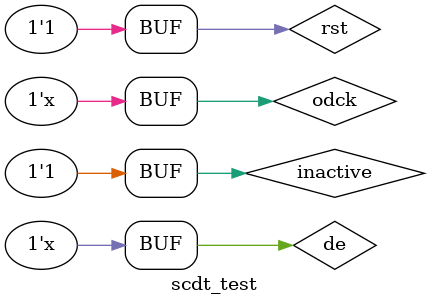
<source format=v>
`timescale 1 us/ 1 us

module scdt_test(

);

wire scdt;
reg de,odck,rst;

tfp401a tfp401a_inst(
    .rst(rst),
    .odck_in(odck),
    .de_in(de),
    .scdt_o(scdt)
);

reg inactive;
initial begin
rst=0;
odck=0;
de=0;
inactive=0;
#10 rst=1;
#40000 inactive=1;
end

always begin
    if(!inactive) begin
        #1600 de=1;
        #1600 de=0;
    end
end

always begin
    #1 odck = ~odck;
end
endmodule
</source>
